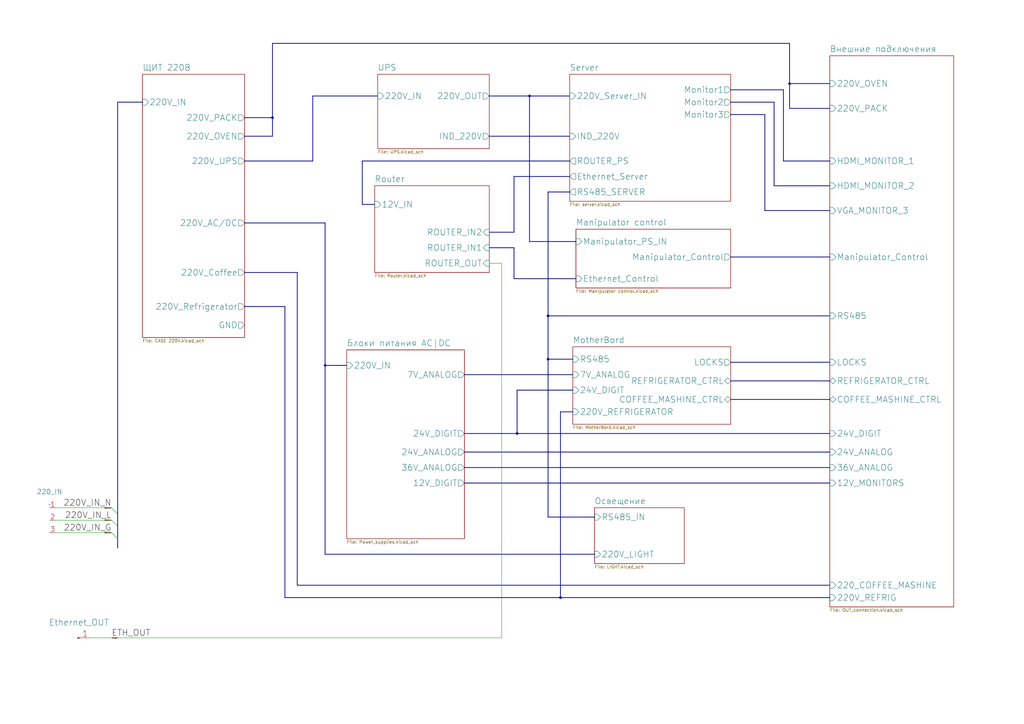
<source format=kicad_sch>
(kicad_sch (version 20231120) (generator "eeschema") (generator_version "8.0")
  (paper "A3")
  (lib_symbols
    (symbol "Connector:Conn_01x01_Pin" (pin_names (offset 1.016) hide)
      (property "Reference" "J" (at 0 6.604 0))
      (property "Value" "Conn_01x01_Pin" (at 0 -2.54 0))
      (symbol "Conn_01x01_Pin_1_1"
        (polyline (pts (xy 1.27 0) (xy 0.8636 0)) (stroke (width 0.1524)))
        (rectangle (start 0.8636 0.127) (end 0 -0.127) (stroke (width 0.1524)) (fill (type outline)))
        (pin passive line (at 5.08 0 180) (length 3.81) (name "Pin_1") (number "1"))
      )
    )
    (symbol "Connector:Conn_01x03_(wide)"
      (property "Reference" "J" (at 0 0 0))
      (symbol "Conn_01x03_(wide)_1_1"
        (pin input line (at -2.54 -5.08 0) (length 2.54) (name "") (number "1"))
        (pin input line (at -2.54 -10.16 0) (length 2.54) (name "") (number "2"))
        (pin input line (at -2.54 -15.24 0) (length 2.54) (name "") (number "3"))
      )
    )
  )
  (junction (at 111.76 48.26))
  (junction (at 229.87 245.11))
  (junction (at 323.85 34.29))
  (junction (at 224.79 147.32))
  (junction (at 224.79 129.54))
  (junction (at 217.17 39.37))
  (junction (at 212.09 177.8))
  (junction (at 133.35 149.86))
  (bus_entry (at 45.72 213.36) (size 2.54 2.54))
  (bus_entry (at 45.72 218.44) (size 2.54 2.54))
  (bus_entry (at 45.72 208.28) (size 2.54 2.54))
  (bus (pts (xy 111.76 17.78) (xy 323.85 17.78)))
  (bus (pts (xy 224.79 78.74) (xy 224.79 129.54)))
  (bus (pts (xy 210.82 101.6) (xy 210.82 114.3)))
  (bus (pts (xy 340.36 44.45) (xy 323.85 44.45)))
  (bus (pts (xy 48.26 41.91) (xy 58.42 41.91)))
  (bus (pts (xy 217.17 39.37) (xy 233.68 39.37)))
  (bus (pts (xy 299.72 163.83) (xy 340.36 163.83)))
  (bus (pts (xy 121.92 111.76) (xy 121.92 240.03)))
  (bus (pts (xy 233.68 78.74) (xy 224.79 78.74)))
  (bus (pts (xy 229.87 168.91) (xy 234.95 168.91)))
  (bus (pts (xy 153.67 83.82) (xy 148.59 83.82)))
  (bus (pts (xy 100.33 91.44) (xy 133.35 91.44)))
  (bus (pts (xy 128.27 39.37) (xy 154.94 39.37)))
  (bus (pts (xy 111.76 55.88) (xy 111.76 48.26)))
  (bus (pts (xy 313.69 46.99) (xy 313.69 86.36)))
  (bus (pts (xy 116.84 245.11) (xy 116.84 125.73)))
  (bus (pts (xy 100.33 66.04) (xy 128.27 66.04)))
  (bus (pts (xy 200.66 101.6) (xy 210.82 101.6)))
  (bus (pts (xy 133.35 149.86) (xy 133.35 227.33)))
  (wire (pts (xy 205.74 107.95) (xy 200.66 107.95)))
  (wire (pts (xy 22.86 208.28) (xy 45.72 208.28)))
  (bus (pts (xy 190.5 198.12) (xy 340.36 198.12)))
  (bus (pts (xy 323.85 44.45) (xy 323.85 34.29)))
  (bus (pts (xy 212.09 160.02) (xy 234.95 160.02)))
  (bus (pts (xy 100.33 111.76) (xy 121.92 111.76)))
  (bus (pts (xy 229.87 168.91) (xy 229.87 245.11)))
  (bus (pts (xy 299.72 41.91) (xy 317.5 41.91)))
  (bus (pts (xy 128.27 66.04) (xy 128.27 39.37)))
  (bus (pts (xy 190.5 153.67) (xy 234.95 153.67)))
  (bus (pts (xy 224.79 147.32) (xy 224.79 212.09)))
  (bus (pts (xy 190.5 191.77) (xy 340.36 191.77)))
  (bus (pts (xy 48.26 215.9) (xy 48.26 210.82)))
  (bus (pts (xy 200.66 95.25) (xy 210.82 95.25)))
  (bus (pts (xy 133.35 227.33) (xy 243.84 227.33)))
  (wire (pts (xy 22.86 213.36) (xy 45.72 213.36)))
  (bus (pts (xy 48.26 220.98) (xy 48.26 215.9)))
  (wire (pts (xy 22.86 218.44) (xy 45.72 218.44)))
  (bus (pts (xy 224.79 147.32) (xy 234.95 147.32)))
  (bus (pts (xy 313.69 86.36) (xy 340.36 86.36)))
  (bus (pts (xy 340.36 245.11) (xy 229.87 245.11)))
  (bus (pts (xy 200.66 39.37) (xy 217.17 39.37)))
  (bus (pts (xy 323.85 34.29) (xy 323.85 17.78)))
  (bus (pts (xy 133.35 149.86) (xy 142.24 149.86)))
  (wire (pts (xy 205.74 261.62) (xy 205.74 107.95)))
  (bus (pts (xy 210.82 114.3) (xy 236.22 114.3)))
  (bus (pts (xy 100.33 48.26) (xy 111.76 48.26)))
  (wire (pts (xy 36.83 261.62) (xy 205.74 261.62)))
  (bus (pts (xy 190.5 177.8) (xy 212.09 177.8)))
  (bus (pts (xy 299.72 148.59) (xy 340.36 148.59)))
  (bus (pts (xy 148.59 66.04) (xy 148.59 83.82)))
  (bus (pts (xy 340.36 156.21) (xy 299.72 156.21)))
  (bus (pts (xy 224.79 129.54) (xy 340.36 129.54)))
  (bus (pts (xy 116.84 125.73) (xy 100.33 125.73)))
  (bus (pts (xy 133.35 91.44) (xy 133.35 149.86)))
  (bus (pts (xy 321.31 36.83) (xy 321.31 66.04)))
  (bus (pts (xy 48.26 224.79) (xy 48.26 220.98)))
  (bus (pts (xy 210.82 72.39) (xy 233.68 72.39)))
  (bus (pts (xy 299.72 36.83) (xy 321.31 36.83)))
  (bus (pts (xy 212.09 177.8) (xy 212.09 160.02)))
  (bus (pts (xy 299.72 46.99) (xy 313.69 46.99)))
  (bus (pts (xy 299.72 105.41) (xy 340.36 105.41)))
  (bus (pts (xy 224.79 212.09) (xy 243.84 212.09)))
  (bus (pts (xy 317.5 76.2) (xy 340.36 76.2)))
  (bus (pts (xy 210.82 95.25) (xy 210.82 72.39)))
  (bus (pts (xy 48.26 210.82) (xy 48.26 41.91)))
  (bus (pts (xy 321.31 66.04) (xy 340.36 66.04)))
  (bus (pts (xy 229.87 245.11) (xy 116.84 245.11)))
  (bus (pts (xy 217.17 39.37) (xy 217.17 99.06)))
  (bus (pts (xy 224.79 129.54) (xy 224.79 147.32)))
  (bus (pts (xy 317.5 41.91) (xy 317.5 76.2)))
  (bus (pts (xy 233.68 66.04) (xy 148.59 66.04)))
  (bus (pts (xy 111.76 48.26) (xy 111.76 17.78)))
  (bus (pts (xy 121.92 240.03) (xy 340.36 240.03)))
  (bus (pts (xy 212.09 177.8) (xy 340.36 177.8)))
  (bus (pts (xy 100.33 55.88) (xy 111.76 55.88)))
  (bus (pts (xy 190.5 185.42) (xy 340.36 185.42)))
  (bus (pts (xy 200.66 55.88) (xy 233.68 55.88)))
  (bus (pts (xy 217.17 99.06) (xy 236.22 99.06)))
  (bus (pts (xy 340.36 34.29) (xy 323.85 34.29)))
  (label "ETH_OUT" (at 45.72 261.62 0) (effects (font (size 2.5 2.5))))
  (label "220V_IN_L" (at 45.72 213.36 180) (effects (font (size 2.5 2.5))))
  (label "220V_IN_N" (at 45.72 208.28 180) (effects (font (size 2.5 2.5))))
  (label "220V_IN_G" (at 45.72 218.44 180) (effects (font (size 2.5 2.5))))
  (global_label "ETH_OUT" (shape input) (at 45.72 261.62 0) (effects (font (size 0.3 0.3))) (property "Intersheetrefs" "${INTERSHEET_REFS}" (effects (hide yes))))
  (global_label "220V_IN_G" (shape input) (at 45.72 218.44 180) (effects (font (size 0.3 0.3))) (property "Intersheetrefs" "${INTERSHEET_REFS}" (effects (hide yes))))
  (global_label "220V_IN_N" (shape input) (at 45.72 208.28 180) (effects (font (size 0.3 0.3))) (property "Intersheetrefs" "${INTERSHEET_REFS}" (effects (hide yes))))
  (global_label "220V_IN_L" (shape input) (at 45.72 213.36 180) (effects (font (size 0.3 0.3))) (property "Intersheetrefs" "${INTERSHEET_REFS}" (effects (hide yes))))
  (symbol (lib_id "Connector:Conn_01x01_Pin") (at 31.75 261.62 0) (unit 1)
    (property "Reference" "Ethernet_OUT" (at 32.385 255.27 0) (effects (font (size 2.5 2.5))))
    (property "Value" "Conn_01x01_Pin" (effects (hide yes)))
    (property "Description" "Generic connector, single row, 01x01, script generated" (effects (hide yes)))
  )
  (symbol (lib_id "Connector:Conn_01x03_(wide)") (at 20.32 203.2 0) (mirror y) (unit 1)
    (property "Reference" "220_IN" (at 20.32 201.676 0) (effects (font (size 2 2))))
    (property "Value" "~" (at 20.32 207.01 0))
  )
  (sheet (at 234.95 142.24) (size 64.77 31.75) (stroke (width 0.1524))
    (property "Sheetname" "MotherBord" (at 234.95 140.9134 0) (effects (font (size 2.5 2.5)) (justify left bottom)))
    (property "Sheetfile" "MotherBord.kicad_sch" (at 234.95 174.5746 0) (effects (justify left top)))
    (pin "7V_ANALOG" input (at 234.95 153.67 180) (effects (font (size 2.5 2.5))))
    (pin "LOCKS" output (at 299.72 148.59 0) (effects (font (size 2.5 2.5))))
    (pin "RS485" input (at 234.95 147.32 180) (effects (font (size 2.5 2.5))))
    (pin "24V_DIGIT" input (at 234.95 160.02 180) (effects (font (size 2.5 2.5))))
    (pin "REFRIGERATOR_CTRL" bidirectional (at 299.72 156.21 0) (effects (font (size 2.5 2.5))))
    (pin "220V_REFRIGERATOR" input (at 234.95 168.91 180) (effects (font (size 2.5 2.5))))
    (pin "COFFEE_MASHINE_CTRL" bidirectional (at 299.72 163.83 0) (effects (font (size 2.5 2.5))))
  )
  (sheet (at -77.47 29.21) (size 40.64 15.24) (stroke (width 0.1524))
    (property "Sheetname" "Схема 24digit" (at -77.47 28.4984 0) (effects (justify left bottom)))
    (property "Sheetfile" "24Digit.kicad_sch" (at -77.47 45.0346 0) (effects (justify left top)))
  )
  (sheet (at -81.28 241.3) (size 46.99 16.51) (stroke (width 0.1524))
    (property "Sheetname" "QR_CODE LIGHT" (at -81.28 240.5884 0) (effects (justify left bottom)))
    (property "Sheetfile" "QR_CODE LIGHT.kicad_sch" (at -81.28 258.3946 0) (effects (justify left top)))
  )
  (sheet (at 233.68 30.48) (size 66.04 52.07) (stroke (width 0.1524))
    (property "Sheetname" "Server" (at 233.68 29.1534 0) (effects (font (size 2.5 2.5)) (justify left bottom)))
    (property "Sheetfile" "server.kicad_sch" (at 233.68 83.1346 0) (effects (justify left top)))
    (pin "220V_Server_IN" input (at 233.68 39.37 180) (effects (font (size 2.5 2.5))))
    (pin "Ethernet_Server" output (at 233.68 72.39 180) (effects (font (size 2.5 2.5))))
    (pin "Monitor1" output (at 299.72 36.83 0) (effects (font (size 2.5 2.5))))
    (pin "Monitor2" output (at 299.72 41.91 0) (effects (font (size 2.5 2.5))))
    (pin "Monitor3" output (at 299.72 46.99 0) (effects (font (size 2.5 2.5))))
    (pin "RS485_SERVER" output (at 233.68 78.74 180) (effects (font (size 2.5 2.5))))
    (pin "ROUTER_PS" output (at 233.68 66.04 180) (effects (font (size 2.5 2.5))))
    (pin "IND_220V" input (at 233.68 55.88 180) (effects (font (size 2.5 2.5))))
  )
  (sheet (at -77.47 54.61) (size 40.64 16.51) (stroke (width 0.1524))
    (property "Sheetname" "Схема 24analog" (at -77.47 53.8984 0) (effects (justify left bottom)))
    (property "Sheetfile" "24Analog.kicad_sch" (at -77.47 71.7046 0) (effects (justify left top)))
  )
  (sheet (at 243.84 208.28) (size 36.83 22.86) (stroke (width 0.1524))
    (property "Sheetname" "Освещение" (at 243.84 206.9534 0) (effects (font (size 2.5 2.5)) (justify left bottom)))
    (property "Sheetfile" "LIGHT.kicad_sch" (at 243.84 231.7246 0) (effects (justify left top)))
    (pin "RS485_IN" input (at 243.84 212.09 180) (effects (font (size 2.5 2.5))))
    (pin "220V_LIGHT" input (at 243.84 227.33 180) (effects (font (size 2.5 2.5))))
  )
  (sheet (at 154.94 30.48) (size 45.72 30.48) (stroke (width 0.1524))
    (property "Sheetname" "UPS" (at 154.94 29.1534 0) (effects (font (size 2.5 2.5)) (justify left bottom)))
    (property "Sheetfile" "UPS.kicad_sch" (at 154.94 61.5446 0) (effects (justify left top)))
    (pin "220V_IN" input (at 154.94 39.37 180) (effects (font (size 2.5 2.5))))
    (pin "220V_OUT" output (at 200.66 39.37 0) (effects (font (size 2.5 2.5))))
    (pin "IND_220V" output (at 200.66 55.88 0) (effects (font (size 2.5 2.5))))
  )
  (sheet (at -78.74 147.32) (size 44.45 16.51) (stroke (width 0.1524))
    (property "Sheetname" "Мониторы" (at -78.74 146.6084 0) (effects (justify left bottom)))
    (property "Sheetfile" "MOnitors.kicad_sch" (at -78.74 164.4146 0) (effects (justify left top)))
  )
  (sheet (at -77.47 177.8) (size 44.45 17.78) (stroke (width 0.1524))
    (property "Sheetname" "Схема RS485" (at -77.47 177.0884 0) (effects (justify left bottom)))
    (property "Sheetfile" "RS485.kicad_sch" (at -77.47 196.1646 0) (effects (justify left top)))
  )
  (sheet (at 153.67 76.2) (size 46.99 35.56) (stroke (width 0.1524))
    (property "Sheetname" "Router" (at 153.67 74.8734 0) (effects (font (size 2.5 2.5)) (justify left bottom)))
    (property "Sheetfile" "Router.kicad_sch" (at 153.67 112.3446 0) (effects (justify left top)))
    (pin "12V_IN" input (at 153.67 83.82 180) (effects (font (size 2.5 2.5))))
    (pin "ROUTER_OUT" input (at 200.66 107.95 0) (effects (font (size 2.5 2.5))))
    (pin "ROUTER_IN1" input (at 200.66 101.6 0) (effects (font (size 2.5 2.5))))
    (pin "ROUTER_IN2" input (at 200.66 95.25 0) (effects (font (size 2.5 2.5))))
  )
  (sheet (at 236.22 93.98) (size 63.5 24.13) (stroke (width 0.1524))
    (property "Sheetname" "Manipulator control" (at 236.22 92.6534 0) (effects (font (size 2.5 2.5)) (justify left bottom)))
    (property "Sheetfile" "Manipulator control.kicad_sch" (at 236.22 118.6946 0) (effects (justify left top)))
    (pin "Manipulator_PS_IN" input (at 236.22 99.06 180) (effects (font (size 2.5 2.5))))
    (pin "Ethernet_Control" input (at 236.22 114.3 180) (effects (font (size 2.5 2.5))))
    (pin "Manipulator_Control" output (at 299.72 105.41 0) (effects (font (size 2.5 2.5))))
  )
  (sheet (at -76.2 83.82) (size 40.64 15.24) (stroke (width 0.1524))
    (property "Sheetname" "Схема 36V" (at -76.2 83.1084 0) (effects (justify left bottom)))
    (property "Sheetfile" "36V.kicad_sch" (at -76.2 99.6446 0) (effects (justify left top)))
  )
  (sheet (at -77.47 115.57) (size 40.64 15.24) (stroke (width 0.1524))
    (property "Sheetname" "Схема 7В замки" (at -77.47 114.8584 0) (effects (justify left bottom)))
    (property "Sheetfile" "7V_looks.kicad_sch" (at -77.47 131.3946 0) (effects (justify left top)))
  )
  (sheet (at -77.47 213.36) (size 44.45 17.78) (stroke (width 0.1524))
    (property "Sheetname" "Схема вентиляторов" (at -77.47 212.6484 0) (effects (justify left bottom)))
    (property "Sheetfile" "FAN.kicad_sch" (at -77.47 231.7246 0) (effects (justify left top)))
  )
  (sheet (at 142.24 143.51) (size 48.26 77.47) (stroke (width 0.1524))
    (property "Sheetname" "Блоки питания AC|DC" (at 142.24 142.1834 0) (effects (font (size 2.5 2.5)) (justify left bottom)))
    (property "Sheetfile" "Power_supplies.kicad_sch" (at 142.24 221.5646 0) (effects (justify left top)))
    (pin "220V_IN" input (at 142.24 149.86 180) (effects (font (size 2.5 2.5))))
    (pin "24V_DIGIT" output (at 190.5 177.8 0) (effects (font (size 2.5 2.5))))
    (pin "36V_ANALOG" output (at 190.5 191.77 0) (effects (font (size 2.5 2.5))))
    (pin "24V_ANALOG" output (at 190.5 185.42 0) (effects (font (size 2.5 2.5))))
    (pin "12V_DIGIT" output (at 190.5 198.12 0) (effects (font (size 2.5 2.5))))
    (pin "7V_ANALOG" output (at 190.5 153.67 0) (effects (font (size 2.5 2.5))))
  )
  (sheet (at 340.36 22.86) (size 50.8 226.06) (stroke (width 0.1524))
    (property "Sheetname" "Внешние подключения" (at 340.36 21.5334 0) (effects (font (size 2.5 2.5)) (justify left bottom)))
    (property "Sheetfile" "OUT_connection.kicad_sch" (at 340.36 249.5046 0) (effects (justify left top)))
    (pin "RS485" input (at 340.36 129.54 180) (effects (font (size 2.5 2.5))))
    (pin "24V_DIGIT" input (at 340.36 177.8 180) (effects (font (size 2.5 2.5))))
    (pin "36V_ANALOG" input (at 340.36 191.77 180) (effects (font (size 2.5 2.5))))
    (pin "24V_ANALOG" input (at 340.36 185.42 180) (effects (font (size 2.5 2.5))))
    (pin "220V_PACK" input (at 340.36 44.45 180) (effects (font (size 2.5 2.5))))
    (pin "220V_OVEN" input (at 340.36 34.29 180) (effects (font (size 2.5 2.5))))
    (pin "12V_MONITORS" input (at 340.36 198.12 180) (effects (font (size 2.5 2.5))))
    (pin "HDMI_MONITOR_1" input (at 340.36 66.04 180) (effects (font (size 2.5 2.5))))
    (pin "HDMI_MONITOR_2" input (at 340.36 76.2 180) (effects (font (size 2.5 2.5))))
    (pin "VGA_MONITOR_3" input (at 340.36 86.36 180) (effects (font (size 2.5 2.5))))
    (pin "Manipulator_Control" input (at 340.36 105.41 180) (effects (font (size 2.5 2.5))))
    (pin "LOCKS" input (at 340.36 148.59 180) (effects (font (size 2.5 2.5))))
    (pin "REFRIGERATOR_CTRL" bidirectional (at 340.36 156.21 180) (effects (font (size 2.5 2.5))))
    (pin "220V_REFRIG" input (at 340.36 245.11 180) (effects (font (size 2.5 2.5))))
    (pin "220_COFFEE_MASHINE" input (at 340.36 240.03 180) (effects (font (size 2.5 2.5))))
    (pin "COFFEE_MASHINE_CTRL" bidirectional (at 340.36 163.83 180) (effects (font (size 2.5 2.5))))
  )
  (sheet (at 58.42 30.48) (size 41.91 107.95) (stroke (width 0.1524))
    (property "Sheetname" "ЩИТ 220В" (at 58.42 29.1534 0) (effects (font (size 2.5 2.5)) (justify left bottom)))
    (property "Sheetfile" "CASE 220V.kicad_sch" (at 58.42 139.0146 0) (effects (justify left top)))
    (pin "220V_IN" input (at 58.42 41.91 180) (effects (font (size 2.5 2.5))))
    (pin "220V_Refrigerator" output (at 100.33 125.73 0) (effects (font (size 2.5 2.5))))
    (pin "220V_OVEN" output (at 100.33 55.88 0) (effects (font (size 2.5 2.5))))
    (pin "220V_PACK" output (at 100.33 48.26 0) (effects (font (size 2.5 2.5))))
    (pin "220V_AC{slash}DC" output (at 100.33 91.44 0) (effects (font (size 2.5 2.5))))
    (pin "220V_Coffee" output (at 100.33 111.76 0) (effects (font (size 2.5 2.5))))
    (pin "220V_UPS" output (at 100.33 66.04 0) (effects (font (size 2.5 2.5))))
    (pin "GND" output (at 100.33 133.35 0) (effects (font (size 2.5 2.5))))
  )
)
</source>
